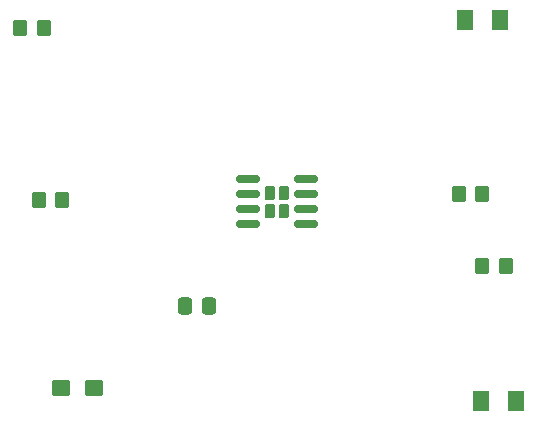
<source format=gbr>
%TF.GenerationSoftware,KiCad,Pcbnew,(6.0.10)*%
%TF.CreationDate,2023-02-17T12:42:37-08:00*%
%TF.ProjectId,exercise2,65786572-6369-4736-9532-2e6b69636164,rev?*%
%TF.SameCoordinates,Original*%
%TF.FileFunction,Paste,Top*%
%TF.FilePolarity,Positive*%
%FSLAX46Y46*%
G04 Gerber Fmt 4.6, Leading zero omitted, Abs format (unit mm)*
G04 Created by KiCad (PCBNEW (6.0.10)) date 2023-02-17 12:42:37*
%MOMM*%
%LPD*%
G01*
G04 APERTURE LIST*
G04 Aperture macros list*
%AMRoundRect*
0 Rectangle with rounded corners*
0 $1 Rounding radius*
0 $2 $3 $4 $5 $6 $7 $8 $9 X,Y pos of 4 corners*
0 Add a 4 corners polygon primitive as box body*
4,1,4,$2,$3,$4,$5,$6,$7,$8,$9,$2,$3,0*
0 Add four circle primitives for the rounded corners*
1,1,$1+$1,$2,$3*
1,1,$1+$1,$4,$5*
1,1,$1+$1,$6,$7*
1,1,$1+$1,$8,$9*
0 Add four rect primitives between the rounded corners*
20,1,$1+$1,$2,$3,$4,$5,0*
20,1,$1+$1,$4,$5,$6,$7,0*
20,1,$1+$1,$6,$7,$8,$9,0*
20,1,$1+$1,$8,$9,$2,$3,0*%
G04 Aperture macros list end*
%ADD10RoundRect,0.250001X-0.462499X-0.624999X0.462499X-0.624999X0.462499X0.624999X-0.462499X0.624999X0*%
%ADD11RoundRect,0.230000X-0.230000X-0.375000X0.230000X-0.375000X0.230000X0.375000X-0.230000X0.375000X0*%
%ADD12RoundRect,0.150000X-0.825000X-0.150000X0.825000X-0.150000X0.825000X0.150000X-0.825000X0.150000X0*%
%ADD13RoundRect,0.250000X-0.350000X-0.450000X0.350000X-0.450000X0.350000X0.450000X-0.350000X0.450000X0*%
%ADD14RoundRect,0.250000X-0.537500X-0.425000X0.537500X-0.425000X0.537500X0.425000X-0.537500X0.425000X0*%
%ADD15RoundRect,0.250000X-0.337500X-0.475000X0.337500X-0.475000X0.337500X0.475000X-0.337500X0.475000X0*%
G04 APERTURE END LIST*
D10*
%TO.C,D1*%
X164665000Y-73660000D03*
X167640000Y-73660000D03*
%TD*%
D11*
%TO.C,U1*%
X148140000Y-88310000D03*
X149280000Y-88310000D03*
X149280000Y-89810000D03*
X148140000Y-89810000D03*
D12*
X146235000Y-87155000D03*
X146235000Y-88425000D03*
X146235000Y-89695000D03*
X146235000Y-90965000D03*
X151185000Y-90965000D03*
X151185000Y-89695000D03*
X151185000Y-88425000D03*
X151185000Y-87155000D03*
%TD*%
D13*
%TO.C,R4*%
X166085320Y-94495000D03*
X168085320Y-94495000D03*
%TD*%
D10*
%TO.C,D2*%
X166012500Y-105880000D03*
X168987500Y-105880000D03*
%TD*%
D14*
%TO.C,C1*%
X130390000Y-104805000D03*
X133265000Y-104805000D03*
%TD*%
D13*
%TO.C,R3*%
X164100000Y-88385000D03*
X166100000Y-88385000D03*
%TD*%
D15*
%TO.C,C2*%
X140923752Y-97880000D03*
X142998752Y-97880000D03*
%TD*%
D13*
%TO.C,R1*%
X126949448Y-74305000D03*
X128949448Y-74305000D03*
%TD*%
%TO.C,R2*%
X128540000Y-88900000D03*
X130540000Y-88900000D03*
%TD*%
M02*

</source>
